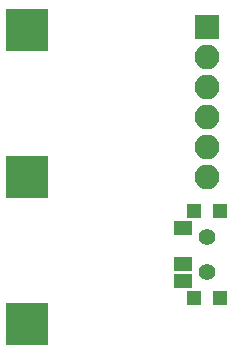
<source format=gbr>
G04 #@! TF.FileFunction,Soldermask,Bot*
%FSLAX46Y46*%
G04 Gerber Fmt 4.6, Leading zero omitted, Abs format (unit mm)*
G04 Created by KiCad (PCBNEW 4.0.7) date 05/24/18 21:51:10*
%MOMM*%
%LPD*%
G01*
G04 APERTURE LIST*
%ADD10C,0.100000*%
%ADD11R,3.650000X3.650000*%
%ADD12R,2.100000X2.100000*%
%ADD13O,2.100000X2.100000*%
%ADD14C,1.400000*%
%ADD15R,1.650000X1.300000*%
%ADD16R,1.300000X1.300000*%
G04 APERTURE END LIST*
D10*
D11*
X162559999Y-104394000D03*
X162559999Y-129286000D03*
X162559999Y-116840000D03*
D12*
X177800000Y-104140000D03*
D13*
X177800000Y-106680000D03*
X177800000Y-109220000D03*
X177800000Y-111760000D03*
X177800000Y-114300000D03*
X177800000Y-116840000D03*
D14*
X177800004Y-124919998D03*
X177800004Y-121919998D03*
X177800000Y-121920000D03*
X177800000Y-124920000D03*
D15*
X175725000Y-124170000D03*
X175725000Y-125670000D03*
X175725000Y-121170000D03*
D16*
X178900000Y-119720000D03*
X176700000Y-119720000D03*
X176700000Y-127120000D03*
X178900000Y-127120000D03*
M02*

</source>
